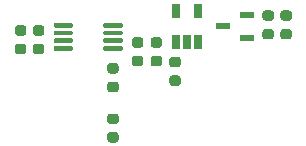
<source format=gbr>
%TF.GenerationSoftware,KiCad,Pcbnew,5.1.6-c6e7f7d~87~ubuntu18.04.1*%
%TF.CreationDate,2021-12-20T19:28:02-08:00*%
%TF.ProjectId,boosted-output-current-reference,626f6f73-7465-4642-9d6f-75747075742d,rev?*%
%TF.SameCoordinates,Original*%
%TF.FileFunction,Paste,Top*%
%TF.FilePolarity,Positive*%
%FSLAX46Y46*%
G04 Gerber Fmt 4.6, Leading zero omitted, Abs format (unit mm)*
G04 Created by KiCad (PCBNEW 5.1.6-c6e7f7d~87~ubuntu18.04.1) date 2021-12-20 19:28:02*
%MOMM*%
%LPD*%
G01*
G04 APERTURE LIST*
%ADD10R,0.650000X1.220000*%
%ADD11R,1.300000X0.600000*%
G04 APERTURE END LIST*
%TO.C,R3*%
G36*
G01*
X156669450Y-102875600D02*
X156156950Y-102875600D01*
G75*
G02*
X155938200Y-102656850I0J218750D01*
G01*
X155938200Y-102219350D01*
G75*
G02*
X156156950Y-102000600I218750J0D01*
G01*
X156669450Y-102000600D01*
G75*
G02*
X156888200Y-102219350I0J-218750D01*
G01*
X156888200Y-102656850D01*
G75*
G02*
X156669450Y-102875600I-218750J0D01*
G01*
G37*
G36*
G01*
X156669450Y-104450600D02*
X156156950Y-104450600D01*
G75*
G02*
X155938200Y-104231850I0J218750D01*
G01*
X155938200Y-103794350D01*
G75*
G02*
X156156950Y-103575600I218750J0D01*
G01*
X156669450Y-103575600D01*
G75*
G02*
X156888200Y-103794350I0J-218750D01*
G01*
X156888200Y-104231850D01*
G75*
G02*
X156669450Y-104450600I-218750J0D01*
G01*
G37*
%TD*%
%TO.C,R2*%
G36*
G01*
X156156950Y-99308400D02*
X156669450Y-99308400D01*
G75*
G02*
X156888200Y-99527150I0J-218750D01*
G01*
X156888200Y-99964650D01*
G75*
G02*
X156669450Y-100183400I-218750J0D01*
G01*
X156156950Y-100183400D01*
G75*
G02*
X155938200Y-99964650I0J218750D01*
G01*
X155938200Y-99527150D01*
G75*
G02*
X156156950Y-99308400I218750J0D01*
G01*
G37*
G36*
G01*
X156156950Y-97733400D02*
X156669450Y-97733400D01*
G75*
G02*
X156888200Y-97952150I0J-218750D01*
G01*
X156888200Y-98389650D01*
G75*
G02*
X156669450Y-98608400I-218750J0D01*
G01*
X156156950Y-98608400D01*
G75*
G02*
X155938200Y-98389650I0J218750D01*
G01*
X155938200Y-97952150D01*
G75*
G02*
X156156950Y-97733400I218750J0D01*
G01*
G37*
%TD*%
D10*
%TO.C,U2*%
X161737000Y-93305000D03*
X163637000Y-93305000D03*
X163637000Y-95925000D03*
X162687000Y-95925000D03*
X161737000Y-95925000D03*
%TD*%
D11*
%TO.C,Q1*%
X167801000Y-95565000D03*
X167801000Y-93665000D03*
X165701000Y-94615000D03*
%TD*%
%TO.C,C6*%
G36*
G01*
X169288750Y-94838000D02*
X169801250Y-94838000D01*
G75*
G02*
X170020000Y-95056750I0J-218750D01*
G01*
X170020000Y-95494250D01*
G75*
G02*
X169801250Y-95713000I-218750J0D01*
G01*
X169288750Y-95713000D01*
G75*
G02*
X169070000Y-95494250I0J218750D01*
G01*
X169070000Y-95056750D01*
G75*
G02*
X169288750Y-94838000I218750J0D01*
G01*
G37*
G36*
G01*
X169288750Y-93263000D02*
X169801250Y-93263000D01*
G75*
G02*
X170020000Y-93481750I0J-218750D01*
G01*
X170020000Y-93919250D01*
G75*
G02*
X169801250Y-94138000I-218750J0D01*
G01*
X169288750Y-94138000D01*
G75*
G02*
X169070000Y-93919250I0J218750D01*
G01*
X169070000Y-93481750D01*
G75*
G02*
X169288750Y-93263000I218750J0D01*
G01*
G37*
%TD*%
%TO.C,C5*%
G36*
G01*
X170812750Y-94838000D02*
X171325250Y-94838000D01*
G75*
G02*
X171544000Y-95056750I0J-218750D01*
G01*
X171544000Y-95494250D01*
G75*
G02*
X171325250Y-95713000I-218750J0D01*
G01*
X170812750Y-95713000D01*
G75*
G02*
X170594000Y-95494250I0J218750D01*
G01*
X170594000Y-95056750D01*
G75*
G02*
X170812750Y-94838000I218750J0D01*
G01*
G37*
G36*
G01*
X170812750Y-93263000D02*
X171325250Y-93263000D01*
G75*
G02*
X171544000Y-93481750I0J-218750D01*
G01*
X171544000Y-93919250D01*
G75*
G02*
X171325250Y-94138000I-218750J0D01*
G01*
X170812750Y-94138000D01*
G75*
G02*
X170594000Y-93919250I0J218750D01*
G01*
X170594000Y-93481750D01*
G75*
G02*
X170812750Y-93263000I218750J0D01*
G01*
G37*
%TD*%
%TO.C,C3*%
G36*
G01*
X158752250Y-96424000D02*
X158239750Y-96424000D01*
G75*
G02*
X158021000Y-96205250I0J218750D01*
G01*
X158021000Y-95767750D01*
G75*
G02*
X158239750Y-95549000I218750J0D01*
G01*
X158752250Y-95549000D01*
G75*
G02*
X158971000Y-95767750I0J-218750D01*
G01*
X158971000Y-96205250D01*
G75*
G02*
X158752250Y-96424000I-218750J0D01*
G01*
G37*
G36*
G01*
X158752250Y-97999000D02*
X158239750Y-97999000D01*
G75*
G02*
X158021000Y-97780250I0J218750D01*
G01*
X158021000Y-97342750D01*
G75*
G02*
X158239750Y-97124000I218750J0D01*
G01*
X158752250Y-97124000D01*
G75*
G02*
X158971000Y-97342750I0J-218750D01*
G01*
X158971000Y-97780250D01*
G75*
G02*
X158752250Y-97999000I-218750J0D01*
G01*
G37*
%TD*%
%TO.C,C1*%
G36*
G01*
X148333750Y-96108000D02*
X148846250Y-96108000D01*
G75*
G02*
X149065000Y-96326750I0J-218750D01*
G01*
X149065000Y-96764250D01*
G75*
G02*
X148846250Y-96983000I-218750J0D01*
G01*
X148333750Y-96983000D01*
G75*
G02*
X148115000Y-96764250I0J218750D01*
G01*
X148115000Y-96326750D01*
G75*
G02*
X148333750Y-96108000I218750J0D01*
G01*
G37*
G36*
G01*
X148333750Y-94533000D02*
X148846250Y-94533000D01*
G75*
G02*
X149065000Y-94751750I0J-218750D01*
G01*
X149065000Y-95189250D01*
G75*
G02*
X148846250Y-95408000I-218750J0D01*
G01*
X148333750Y-95408000D01*
G75*
G02*
X148115000Y-95189250I0J218750D01*
G01*
X148115000Y-94751750D01*
G75*
G02*
X148333750Y-94533000I218750J0D01*
G01*
G37*
%TD*%
%TO.C,C4*%
G36*
G01*
X159827250Y-97124000D02*
X160339750Y-97124000D01*
G75*
G02*
X160558500Y-97342750I0J-218750D01*
G01*
X160558500Y-97780250D01*
G75*
G02*
X160339750Y-97999000I-218750J0D01*
G01*
X159827250Y-97999000D01*
G75*
G02*
X159608500Y-97780250I0J218750D01*
G01*
X159608500Y-97342750D01*
G75*
G02*
X159827250Y-97124000I218750J0D01*
G01*
G37*
G36*
G01*
X159827250Y-95549000D02*
X160339750Y-95549000D01*
G75*
G02*
X160558500Y-95767750I0J-218750D01*
G01*
X160558500Y-96205250D01*
G75*
G02*
X160339750Y-96424000I-218750J0D01*
G01*
X159827250Y-96424000D01*
G75*
G02*
X159608500Y-96205250I0J218750D01*
G01*
X159608500Y-95767750D01*
G75*
G02*
X159827250Y-95549000I218750J0D01*
G01*
G37*
%TD*%
%TO.C,U1*%
G36*
G01*
X155605000Y-94629000D02*
X155605000Y-94429000D01*
G75*
G02*
X155705000Y-94329000I100000J0D01*
G01*
X157130000Y-94329000D01*
G75*
G02*
X157230000Y-94429000I0J-100000D01*
G01*
X157230000Y-94629000D01*
G75*
G02*
X157130000Y-94729000I-100000J0D01*
G01*
X155705000Y-94729000D01*
G75*
G02*
X155605000Y-94629000I0J100000D01*
G01*
G37*
G36*
G01*
X155605000Y-95279000D02*
X155605000Y-95079000D01*
G75*
G02*
X155705000Y-94979000I100000J0D01*
G01*
X157130000Y-94979000D01*
G75*
G02*
X157230000Y-95079000I0J-100000D01*
G01*
X157230000Y-95279000D01*
G75*
G02*
X157130000Y-95379000I-100000J0D01*
G01*
X155705000Y-95379000D01*
G75*
G02*
X155605000Y-95279000I0J100000D01*
G01*
G37*
G36*
G01*
X155605000Y-95929000D02*
X155605000Y-95729000D01*
G75*
G02*
X155705000Y-95629000I100000J0D01*
G01*
X157130000Y-95629000D01*
G75*
G02*
X157230000Y-95729000I0J-100000D01*
G01*
X157230000Y-95929000D01*
G75*
G02*
X157130000Y-96029000I-100000J0D01*
G01*
X155705000Y-96029000D01*
G75*
G02*
X155605000Y-95929000I0J100000D01*
G01*
G37*
G36*
G01*
X155605000Y-96579000D02*
X155605000Y-96379000D01*
G75*
G02*
X155705000Y-96279000I100000J0D01*
G01*
X157130000Y-96279000D01*
G75*
G02*
X157230000Y-96379000I0J-100000D01*
G01*
X157230000Y-96579000D01*
G75*
G02*
X157130000Y-96679000I-100000J0D01*
G01*
X155705000Y-96679000D01*
G75*
G02*
X155605000Y-96579000I0J100000D01*
G01*
G37*
G36*
G01*
X151380000Y-96579000D02*
X151380000Y-96379000D01*
G75*
G02*
X151480000Y-96279000I100000J0D01*
G01*
X152905000Y-96279000D01*
G75*
G02*
X153005000Y-96379000I0J-100000D01*
G01*
X153005000Y-96579000D01*
G75*
G02*
X152905000Y-96679000I-100000J0D01*
G01*
X151480000Y-96679000D01*
G75*
G02*
X151380000Y-96579000I0J100000D01*
G01*
G37*
G36*
G01*
X151380000Y-95929000D02*
X151380000Y-95729000D01*
G75*
G02*
X151480000Y-95629000I100000J0D01*
G01*
X152905000Y-95629000D01*
G75*
G02*
X153005000Y-95729000I0J-100000D01*
G01*
X153005000Y-95929000D01*
G75*
G02*
X152905000Y-96029000I-100000J0D01*
G01*
X151480000Y-96029000D01*
G75*
G02*
X151380000Y-95929000I0J100000D01*
G01*
G37*
G36*
G01*
X151380000Y-95279000D02*
X151380000Y-95079000D01*
G75*
G02*
X151480000Y-94979000I100000J0D01*
G01*
X152905000Y-94979000D01*
G75*
G02*
X153005000Y-95079000I0J-100000D01*
G01*
X153005000Y-95279000D01*
G75*
G02*
X152905000Y-95379000I-100000J0D01*
G01*
X151480000Y-95379000D01*
G75*
G02*
X151380000Y-95279000I0J100000D01*
G01*
G37*
G36*
G01*
X151380000Y-94629000D02*
X151380000Y-94429000D01*
G75*
G02*
X151480000Y-94329000I100000J0D01*
G01*
X152905000Y-94329000D01*
G75*
G02*
X153005000Y-94429000I0J-100000D01*
G01*
X153005000Y-94629000D01*
G75*
G02*
X152905000Y-94729000I-100000J0D01*
G01*
X151480000Y-94729000D01*
G75*
G02*
X151380000Y-94629000I0J100000D01*
G01*
G37*
%TD*%
%TO.C,R1*%
G36*
G01*
X161414750Y-98775000D02*
X161927250Y-98775000D01*
G75*
G02*
X162146000Y-98993750I0J-218750D01*
G01*
X162146000Y-99431250D01*
G75*
G02*
X161927250Y-99650000I-218750J0D01*
G01*
X161414750Y-99650000D01*
G75*
G02*
X161196000Y-99431250I0J218750D01*
G01*
X161196000Y-98993750D01*
G75*
G02*
X161414750Y-98775000I218750J0D01*
G01*
G37*
G36*
G01*
X161414750Y-97200000D02*
X161927250Y-97200000D01*
G75*
G02*
X162146000Y-97418750I0J-218750D01*
G01*
X162146000Y-97856250D01*
G75*
G02*
X161927250Y-98075000I-218750J0D01*
G01*
X161414750Y-98075000D01*
G75*
G02*
X161196000Y-97856250I0J218750D01*
G01*
X161196000Y-97418750D01*
G75*
G02*
X161414750Y-97200000I218750J0D01*
G01*
G37*
%TD*%
%TO.C,C2*%
G36*
G01*
X150370250Y-95408000D02*
X149857750Y-95408000D01*
G75*
G02*
X149639000Y-95189250I0J218750D01*
G01*
X149639000Y-94751750D01*
G75*
G02*
X149857750Y-94533000I218750J0D01*
G01*
X150370250Y-94533000D01*
G75*
G02*
X150589000Y-94751750I0J-218750D01*
G01*
X150589000Y-95189250D01*
G75*
G02*
X150370250Y-95408000I-218750J0D01*
G01*
G37*
G36*
G01*
X150370250Y-96983000D02*
X149857750Y-96983000D01*
G75*
G02*
X149639000Y-96764250I0J218750D01*
G01*
X149639000Y-96326750D01*
G75*
G02*
X149857750Y-96108000I218750J0D01*
G01*
X150370250Y-96108000D01*
G75*
G02*
X150589000Y-96326750I0J-218750D01*
G01*
X150589000Y-96764250D01*
G75*
G02*
X150370250Y-96983000I-218750J0D01*
G01*
G37*
%TD*%
M02*

</source>
